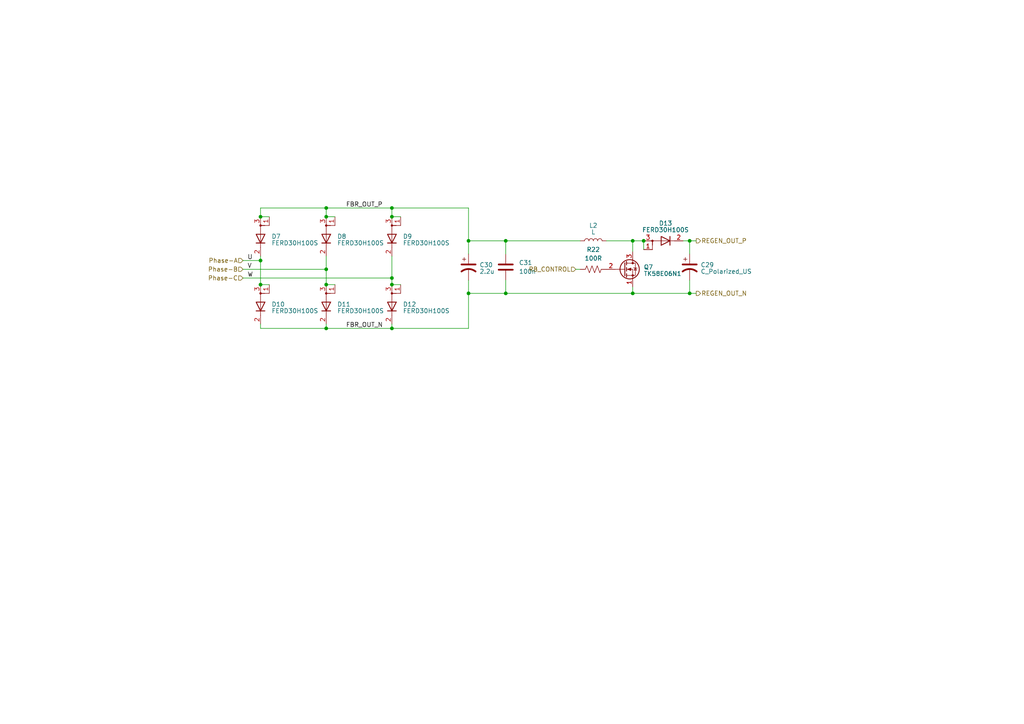
<source format=kicad_sch>
(kicad_sch (version 20231120) (generator "eeschema") (generator_version "8.0")
  (paper "A4")
  (title_block (company "Adrián Teixeira de Uña") (comment 1 "https://github.com/AdriTeixeHax"))
  (lib_symbols
    (symbol "Device:C" (pin_numbers hide) (pin_names (offset 0.254))
      (property "Reference" "C" (at 0.635 2.54 0))
      (property "Value" "C" (at 0.635 -2.54 0))
      (symbol "C_0_1"
        (polyline (pts (xy -2.032 -0.762) (xy 2.032 -0.762)) (stroke (width 0.508)))
        (polyline (pts (xy -2.032 0.762) (xy 2.032 0.762)) (stroke (width 0.508)))
      )
      (symbol "C_1_1"
        (pin passive line (at 0 3.81 270) (length 2.794) (name "~") (number "1"))
        (pin passive line (at 0 -3.81 90) (length 2.794) (name "~") (number "2"))
      )
    )
    (symbol "Device:C_Polarized_US" (pin_numbers hide) (pin_names (offset 0.254) hide)
      (property "Reference" "C" (at 0.635 2.54 0))
      (property "Value" "C_Polarized_US" (at 0.635 -2.54 0))
      (symbol "C_Polarized_US_0_1"
        (polyline (pts (xy -2.032 0.762) (xy 2.032 0.762)) (stroke (width 0.508)))
        (polyline (pts (xy -1.778 2.286) (xy -0.762 2.286)))
        (polyline (pts (xy -1.27 1.778) (xy -1.27 2.794)))
        (arc (start 2.032 -1.27) (mid 0 -0.5572) (end -2.032 -1.27) (stroke (width 0.508)))
      )
      (symbol "C_Polarized_US_1_1"
        (pin passive line (at 0 3.81 270) (length 2.794) (name "~") (number "1"))
        (pin passive line (at 0 -3.81 90) (length 3.302) (name "~") (number "2"))
      )
    )
    (symbol "Device:L" (pin_numbers hide) (pin_names (offset 1.016) hide)
      (property "Reference" "L" (at -1.27 0 90))
      (property "Value" "L" (at 1.905 0 90))
      (symbol "L_0_1"
        (arc (start 0 -2.54) (mid 0.6323 -1.905) (end 0 -1.27))
        (arc (start 0 -1.27) (mid 0.6323 -0.635) (end 0 0))
        (arc (start 0 0) (mid 0.6323 0.635) (end 0 1.27))
        (arc (start 0 1.27) (mid 0.6323 1.905) (end 0 2.54))
      )
      (symbol "L_1_1"
        (pin passive line (at 0 3.81 270) (length 1.27) (name "1") (number "1"))
        (pin passive line (at 0 -3.81 90) (length 1.27) (name "2") (number "2"))
      )
    )
    (symbol "Device:R_US" (pin_numbers hide) (pin_names (offset 0))
      (property "Reference" "R" (at 2.54 0 90))
      (property "Value" "R_US" (at -2.54 0 90))
      (symbol "R_US_0_1"
        (polyline (pts (xy 0 -2.286) (xy 0 -2.54)))
        (polyline (pts (xy 0 2.286) (xy 0 2.54)))
        (polyline (pts (xy 0 -0.762) (xy 1.016 -1.143) (xy 0 -1.524) (xy -1.016 -1.905) (xy 0 -2.286)))
        (polyline (pts (xy 0 0.762) (xy 1.016 0.381) (xy 0 0) (xy -1.016 -0.381) (xy 0 -0.762)))
        (polyline (pts (xy 0 2.286) (xy 1.016 1.905) (xy 0 1.524) (xy -1.016 1.143) (xy 0 0.762)))
      )
      (symbol "R_US_1_1"
        (pin passive line (at 0 3.81 270) (length 1.27) (name "~") (number "1"))
        (pin passive line (at 0 -3.81 90) (length 1.27) (name "~") (number "2"))
      )
    )
    (symbol "TFG-Brushless-ESC:D_AKA"
      (property "Reference" "D" (at 0 0 0))
      (symbol "D_AKA_0_1"
        (circle (center -3.81 -2.54) (radius 0.254) (fill (type outline)))
        (polyline (pts (xy -3.81 -2.54) (xy -3.81 0)))
        (polyline (pts (xy 1.27 -1.27) (xy 1.27 -3.81)) (stroke (width 0.254)))
        (polyline (pts (xy -3.81 -1.27) (xy -3.81 -2.54) (xy 2.54 -2.54)))
        (polyline (pts (xy -1.27 -1.27) (xy -1.27 -3.81) (xy 1.27 -2.54) (xy -1.27 -1.27)) (stroke (width 0.254)))
      )
      (symbol "D_AKA_1_1"
        (pin passive line (at -6.35 0 0) (length 2.54) (name "") (number "1"))
        (pin passive line (at 5.08 -2.54 180) (length 2.54) (name "") (number "2"))
        (pin passive line (at -6.35 -2.54 0) (length 2.54) (name "") (number "3"))
      )
    )
    (symbol "Transistor_FET:2N7000" (pin_names hide)
      (property "Reference" "Q" (at 5.08 1.905 0))
      (property "Value" "2N7000" (at 5.08 0 0))
      (symbol "2N7000_0_1"
        (polyline (pts (xy 0.254 0) (xy -2.54 0)))
        (polyline (pts (xy 0.254 1.905) (xy 0.254 -1.905)) (stroke (width 0.254)))
        (polyline (pts (xy 0.762 -1.27) (xy 0.762 -2.286)) (stroke (width 0.254)))
        (polyline (pts (xy 0.762 0.508) (xy 0.762 -0.508)) (stroke (width 0.254)))
        (polyline (pts (xy 0.762 2.286) (xy 0.762 1.27)) (stroke (width 0.254)))
        (polyline (pts (xy 2.54 2.54) (xy 2.54 1.778)))
        (polyline (pts (xy 2.54 -2.54) (xy 2.54 0) (xy 0.762 0)))
        (polyline (pts (xy 0.762 -1.778) (xy 3.302 -1.778) (xy 3.302 1.778) (xy 0.762 1.778)))
        (polyline (pts (xy 1.016 0) (xy 2.032 0.381) (xy 2.032 -0.381) (xy 1.016 0)) (fill (type outline)))
        (polyline (pts (xy 2.794 0.508) (xy 2.921 0.381) (xy 3.683 0.381) (xy 3.81 0.254)))
        (polyline (pts (xy 3.302 0.381) (xy 2.921 -0.254) (xy 3.683 -0.254) (xy 3.302 0.381)))
        (circle (center 1.651 0) (radius 2.794) (stroke (width 0.254)))
        (circle (center 2.54 -1.778) (radius 0.254) (fill (type outline)))
        (circle (center 2.54 1.778) (radius 0.254) (fill (type outline)))
      )
      (symbol "2N7000_1_1"
        (pin passive line (at 2.54 -5.08 90) (length 2.54) (name "S") (number "1"))
        (pin input line (at -5.08 0 0) (length 2.54) (name "G") (number "2"))
        (pin passive line (at 2.54 5.08 270) (length 2.54) (name "D") (number "3"))
      )
    )
  )
  (junction (at 94.615 95.25))
  (junction (at 135.89 85.09))
  (junction (at 113.665 82.55))
  (junction (at 146.685 85.09))
  (junction (at 113.665 80.645))
  (junction (at 200.025 85.09))
  (junction (at 200.025 69.85))
  (junction (at 94.615 62.865))
  (junction (at 186.69 69.85))
  (junction (at 75.565 82.55))
  (junction (at 113.665 95.25))
  (junction (at 113.665 60.325))
  (junction (at 113.665 62.865))
  (junction (at 94.615 82.55))
  (junction (at 94.615 60.325))
  (junction (at 146.685 69.85))
  (junction (at 183.515 85.09))
  (junction (at 75.565 62.865))
  (junction (at 75.565 75.565))
  (junction (at 135.89 69.85))
  (junction (at 183.515 69.85))
  (junction (at 94.615 78.105))
  (wire (pts (xy 186.69 72.39) (xy 186.69 69.85)))
  (wire (pts (xy 113.665 60.325) (xy 135.89 60.325)))
  (wire (pts (xy 200.025 69.85) (xy 200.025 73.66)))
  (wire (pts (xy 183.515 69.85) (xy 186.69 69.85)))
  (wire (pts (xy 183.515 85.09) (xy 200.025 85.09)))
  (wire (pts (xy 135.89 81.28) (xy 135.89 85.09)))
  (wire (pts (xy 94.615 78.105) (xy 94.615 82.55)))
  (wire (pts (xy 135.89 60.325) (xy 135.89 69.85)))
  (wire (pts (xy 167.005 78.105) (xy 168.275 78.105)))
  (wire (pts (xy 75.565 75.565) (xy 75.565 82.55)))
  (wire (pts (xy 70.485 78.105) (xy 94.615 78.105)))
  (wire (pts (xy 200.025 69.85) (xy 201.93 69.85)))
  (wire (pts (xy 113.665 95.25) (xy 94.615 95.25)))
  (wire (pts (xy 94.615 60.325) (xy 94.615 62.865)))
  (wire (pts (xy 94.615 78.105) (xy 94.615 74.295)))
  (wire (pts (xy 113.665 93.98) (xy 113.665 95.25)))
  (wire (pts (xy 70.485 80.645) (xy 113.665 80.645)))
  (wire (pts (xy 94.615 62.865) (xy 97.155 62.865)))
  (wire (pts (xy 146.685 85.09) (xy 183.515 85.09)))
  (wire (pts (xy 94.615 93.98) (xy 94.615 95.25)))
  (wire (pts (xy 175.895 69.85) (xy 183.515 69.85)))
  (wire (pts (xy 200.025 81.28) (xy 200.025 85.09)))
  (wire (pts (xy 75.565 60.325) (xy 75.565 62.865)))
  (wire (pts (xy 75.565 60.325) (xy 94.615 60.325)))
  (wire (pts (xy 75.565 62.865) (xy 78.105 62.865)))
  (wire (pts (xy 94.615 82.55) (xy 97.155 82.55)))
  (wire (pts (xy 183.515 83.185) (xy 183.515 85.09)))
  (wire (pts (xy 113.665 95.25) (xy 135.89 95.25)))
  (wire (pts (xy 75.565 82.55) (xy 78.105 82.55)))
  (wire (pts (xy 201.93 85.09) (xy 200.025 85.09)))
  (wire (pts (xy 198.12 69.85) (xy 200.025 69.85)))
  (wire (pts (xy 94.615 60.325) (xy 113.665 60.325)))
  (wire (pts (xy 146.685 69.85) (xy 146.685 73.66)))
  (wire (pts (xy 135.89 69.85) (xy 135.89 73.66)))
  (wire (pts (xy 113.665 60.325) (xy 113.665 62.865)))
  (wire (pts (xy 75.565 95.25) (xy 75.565 93.98)))
  (wire (pts (xy 94.615 95.25) (xy 75.565 95.25)))
  (wire (pts (xy 183.515 69.85) (xy 183.515 73.025)))
  (wire (pts (xy 146.685 69.85) (xy 168.275 69.85)))
  (wire (pts (xy 113.665 62.865) (xy 116.205 62.865)))
  (wire (pts (xy 113.665 82.55) (xy 113.665 80.645)))
  (wire (pts (xy 135.89 85.09) (xy 135.89 95.25)))
  (wire (pts (xy 135.89 85.09) (xy 146.685 85.09)))
  (wire (pts (xy 113.665 82.55) (xy 116.205 82.55)))
  (wire (pts (xy 75.565 75.565) (xy 70.485 75.565)))
  (wire (pts (xy 135.89 69.85) (xy 146.685 69.85)))
  (wire (pts (xy 75.565 74.295) (xy 75.565 75.565)))
  (wire (pts (xy 146.685 81.28) (xy 146.685 85.09)))
  (wire (pts (xy 113.665 74.295) (xy 113.665 80.645)))
  (label "W" (at 71.755 80.645 0))
  (label "FBR_OUT_P" (at 100.33 60.325 0))
  (label "V" (at 71.755 78.105 0))
  (label "U" (at 71.755 75.565 0))
  (label "FBR_OUT_N" (at 100.33 95.25 0))
  (hierarchical_label "Phase-B" (shape input) (at 70.485 78.105 180))
  (hierarchical_label "REGEN_OUT_P" (shape output) (at 201.93 69.85 0))
  (hierarchical_label "Phase-C" (shape input) (at 70.485 80.645 180))
  (hierarchical_label "Phase-A" (shape input) (at 70.485 75.565 180))
  (hierarchical_label "RB_CONTROL" (shape input) (at 167.005 78.105 180))
  (hierarchical_label "REGEN_OUT_N" (shape output) (at 201.93 85.09 0))
  (symbol (lib_id "TFG-Brushless-ESC:D_AKA") (at 116.205 69.215 270) (unit 1)
    (property "Reference" "D9" (at 116.84 68.58 90) (effects (justify left)))
    (property "Value" "FERD30H100S" (at 116.84 70.485 90) (effects (justify left)))
    (property "Footprint" "Package_TO_SOT_SMD:TO-252-2" (effects (hide yes)))
  )
  (symbol (lib_id "Device:L") (at 172.085 69.85 90) (unit 1)
    (property "Reference" "L2" (at 172.085 65.405 90))
    (property "Value" "L" (at 172.085 67.31 90))
    (property "Description" "Inductor" (effects (hide yes)))
  )
  (symbol (lib_id "Device:C_Polarized_US") (at 135.89 77.47 0) (unit 1)
    (property "Reference" "C30" (at 139.065 76.835 0) (effects (justify left)))
    (property "Value" "2.2u" (at 139.065 78.74 0) (effects (justify left)))
    (property "Description" "Polarized capacitor, US symbol" (effects (hide yes)))
  )
  (symbol (lib_id "TFG-Brushless-ESC:D_AKA") (at 116.205 88.9 270) (unit 1)
    (property "Reference" "D12" (at 116.84 88.265 90) (effects (justify left)))
    (property "Value" "FERD30H100S" (at 116.84 90.17 90) (effects (justify left)))
    (property "Footprint" "Package_TO_SOT_SMD:TO-252-2" (effects (hide yes)))
  )
  (symbol (lib_id "TFG-Brushless-ESC:D_AKA") (at 78.105 88.9 270) (unit 1)
    (property "Reference" "D10" (at 78.74 88.265 90) (effects (justify left)))
    (property "Value" "FERD30H100S" (at 78.74 90.17 90) (effects (justify left)))
    (property "Footprint" "Package_TO_SOT_SMD:TO-252-2" (effects (hide yes)))
  )
  (symbol (lib_id "TFG-Brushless-ESC:D_AKA") (at 78.105 69.215 270) (unit 1)
    (property "Reference" "D7" (at 78.74 68.58 90) (effects (justify left)))
    (property "Value" "FERD30H100S" (at 78.74 70.485 90) (effects (justify left)))
    (property "Footprint" "Package_TO_SOT_SMD:TO-252-2" (effects (hide yes)))
  )
  (symbol (lib_id "TFG-Brushless-ESC:D_AKA") (at 97.155 69.215 270) (unit 1)
    (property "Reference" "D8" (at 97.79 68.58 90) (effects (justify left)))
    (property "Value" "FERD30H100S" (at 97.79 70.485 90) (effects (justify left)))
    (property "Footprint" "Package_TO_SOT_SMD:TO-252-2" (effects (hide yes)))
  )
  (symbol (lib_id "Device:R_US") (at 172.085 78.105 90) (unit 1)
    (property "Reference" "R22" (at 172.085 72.39 90))
    (property "Value" "100R" (at 172.085 74.93 90))
    (property "Description" "Resistor, US symbol" (effects (hide yes)))
  )
  (symbol (lib_id "TFG-Brushless-ESC:D_AKA") (at 193.04 72.39 0) (mirror x) (unit 1)
    (property "Reference" "D13" (at 193.04 64.77 0))
    (property "Value" "FERD30H100S" (at 193.04 66.675 0))
    (property "Footprint" "Package_TO_SOT_SMD:TO-252-2" (effects (hide yes)))
  )
  (symbol (lib_id "TFG-Brushless-ESC:D_AKA") (at 97.155 88.9 270) (unit 1)
    (property "Reference" "D11" (at 97.79 88.265 90) (effects (justify left)))
    (property "Value" "FERD30H100S" (at 97.79 90.17 90) (effects (justify left)))
    (property "Footprint" "Package_TO_SOT_SMD:TO-252-2" (effects (hide yes)))
  )
  (symbol (lib_id "Device:C") (at 146.685 77.47 0) (unit 1)
    (property "Reference" "C31" (at 150.495 76.1999 0) (effects (justify left)))
    (property "Value" "100n" (at 150.495 78.7399 0) (effects (justify left)))
    (property "Description" "Unpolarized capacitor" (effects (hide yes)))
  )
  (symbol (lib_id "Device:C_Polarized_US") (at 200.025 77.47 0) (unit 1)
    (property "Reference" "C29" (at 203.2 76.835 0) (effects (justify left)))
    (property "Value" "C_Polarized_US" (at 203.2 78.74 0) (effects (justify left)))
    (property "Description" "Polarized capacitor, US symbol" (effects (hide yes)))
  )
  (symbol (lib_id "Transistor_FET:2N7000") (at 180.975 78.105 0) (unit 1)
    (property "Reference" "Q7" (at 186.69 77.47 0) (effects (justify left)))
    (property "Value" "TK58E06N1" (at 186.69 79.3749 0) (effects (justify left)))
    (property "Footprint" "Package_TO_SOT_THT:TO-92_Inline" (effects (hide yes)))
    (property "Datasheet" "https://www.vishay.com/docs/70226/70226.pdf" (effects (hide yes)))
    (property "Sim.Library" "D:\\dev\\RTSpeed\\simulation\\models\\irf1310ns.spi" (effects (hide yes)))
    (property "Sim.Name" "irf1310ns" (effects (hide yes)))
    (property "Sim.Device" "SUBCKT" (effects (hide yes)))
    (property "Sim.Pins" "1=1 2=2 3=3" (effects (hide yes)))
  )
)
</source>
